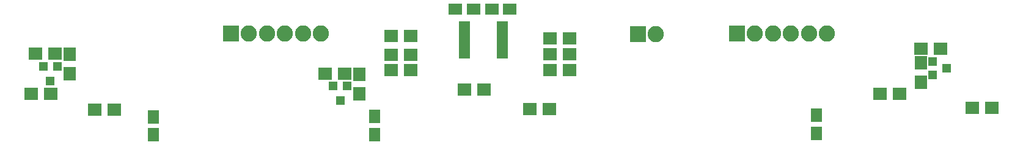
<source format=gbr>
G04 #@! TF.FileFunction,Soldermask,Top*
%FSLAX46Y46*%
G04 Gerber Fmt 4.6, Leading zero omitted, Abs format (unit mm)*
G04 Created by KiCad (PCBNEW 4.0.4-stable) date 08/01/17 14:05:29*
%MOMM*%
%LPD*%
G01*
G04 APERTURE LIST*
%ADD10C,0.100000*%
%ADD11R,2.250000X2.250000*%
%ADD12C,2.250000*%
%ADD13R,1.900000X1.700000*%
%ADD14R,1.650000X1.900000*%
%ADD15R,1.900000X1.650000*%
%ADD16R,1.600000X0.800000*%
%ADD17R,1.700000X1.900000*%
%ADD18R,1.300000X1.200000*%
%ADD19R,1.200000X1.300000*%
G04 APERTURE END LIST*
D10*
D11*
X171400000Y-87200000D03*
D12*
X173900000Y-87200000D03*
D13*
X139900000Y-90050000D03*
X137200000Y-90050000D03*
D14*
X104240000Y-101160000D03*
X104240000Y-98660000D03*
X134950000Y-101150000D03*
X134950000Y-98650000D03*
X196170000Y-100980000D03*
X196170000Y-98480000D03*
D15*
X151150000Y-83750000D03*
X153650000Y-83750000D03*
X148600000Y-83700000D03*
X146100000Y-83700000D03*
D13*
X139950000Y-87400000D03*
X137250000Y-87400000D03*
X139900000Y-92200000D03*
X137200000Y-92200000D03*
X161950000Y-87800000D03*
X159250000Y-87800000D03*
X161950000Y-89950000D03*
X159250000Y-89950000D03*
X161950000Y-92200000D03*
X159250000Y-92200000D03*
X220450000Y-97400000D03*
X217750000Y-97400000D03*
X159150000Y-97600000D03*
X156450000Y-97600000D03*
X98850000Y-97700000D03*
X96150000Y-97700000D03*
D16*
X147400000Y-85777500D03*
X147400000Y-86412500D03*
X147400000Y-87047500D03*
X147400000Y-87682500D03*
X147400000Y-88317500D03*
X147400000Y-88952500D03*
X147400000Y-89587500D03*
X147400000Y-90222500D03*
X152600000Y-90222500D03*
X152600000Y-89587500D03*
X152600000Y-88952500D03*
X152600000Y-88317500D03*
X152600000Y-87682500D03*
X152600000Y-87047500D03*
X152600000Y-86412500D03*
X152600000Y-85777500D03*
D13*
X204950000Y-95500000D03*
X207650000Y-95500000D03*
X150050000Y-94900000D03*
X147350000Y-94900000D03*
X90050000Y-95500000D03*
X87350000Y-95500000D03*
X210650000Y-89200000D03*
X213350000Y-89200000D03*
D17*
X132800000Y-92750000D03*
X132800000Y-95450000D03*
X92650000Y-89950000D03*
X92650000Y-92650000D03*
X210600000Y-91150000D03*
X210600000Y-93850000D03*
D13*
X130750000Y-92700000D03*
X128050000Y-92700000D03*
X90650000Y-89900000D03*
X87950000Y-89900000D03*
D18*
X212200000Y-90950000D03*
X212200000Y-92850000D03*
X214200000Y-91900000D03*
D19*
X131100000Y-94400000D03*
X129200000Y-94400000D03*
X130150000Y-96400000D03*
X90950000Y-91700000D03*
X89050000Y-91700000D03*
X90000000Y-93700000D03*
D11*
X115000000Y-87100000D03*
D12*
X117500000Y-87100000D03*
X120000000Y-87100000D03*
X122500000Y-87100000D03*
X125000000Y-87100000D03*
X127500000Y-87100000D03*
D11*
X185100000Y-87100000D03*
D12*
X187600000Y-87100000D03*
X190100000Y-87100000D03*
X192600000Y-87100000D03*
X195100000Y-87100000D03*
X197600000Y-87100000D03*
M02*

</source>
